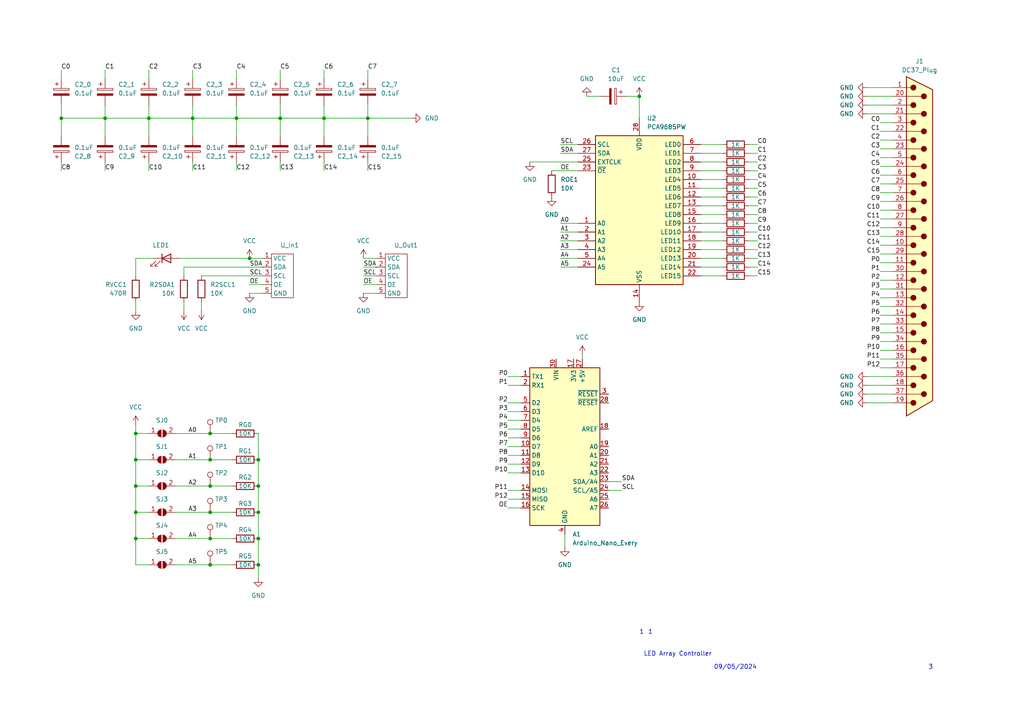
<source format=kicad_sch>
(kicad_sch (version 20230121) (generator eeschema)
  (paper "A4")
  (lib_symbols
    (symbol "Connector:DC37_Plug" (pin_names (offset 1.016) hide)
      (property "Reference" "J" (at 0 50.8 0))
      (property "Value" "DC37_Plug" (at 0 -50.8 0))
      (symbol "DC37_Plug_1_1"
        (pin passive line (at -7.62 -45.72 0) (length 3.81) (name "1") (number "1"))
        (pin passive line (at -7.62 0 0) (length 3.81) (name "10") (number "10"))
        (pin passive line (at -7.62 5.08 0) (length 3.81) (name "11") (number "11"))
        (pin passive line (at -7.62 10.16 0) (length 3.81) (name "12") (number "12"))
        (pin passive line (at -7.62 15.24 0) (length 3.81) (name "13") (number "13"))
        (pin passive line (at -7.62 20.32 0) (length 3.81) (name "14") (number "14"))
        (pin passive line (at -7.62 25.4 0) (length 3.81) (name "15") (number "15"))
        (pin passive line (at -7.62 30.48 0) (length 3.81) (name "16") (number "16"))
        (pin passive line (at -7.62 35.56 0) (length 3.81) (name "17") (number "17"))
        (pin passive line (at -7.62 40.64 0) (length 3.81) (name "18") (number "18"))
        (pin passive line (at -7.62 45.72 0) (length 3.81) (name "19") (number "19"))
        (pin passive line (at -7.62 -40.64 0) (length 3.81) (name "2") (number "2"))
        (pin passive line (at -7.62 -43.18 0) (length 3.81) (name "20") (number "20"))
        (pin passive line (at -7.62 -38.1 0) (length 3.81) (name "21") (number "21"))
        (pin passive line (at -7.62 -33.02 0) (length 3.81) (name "22") (number "22"))
        (pin passive line (at -7.62 -27.94 0) (length 3.81) (name "23") (number "23"))
        (pin passive line (at -7.62 -22.86 0) (length 3.81) (name "24") (number "24"))
        (pin passive line (at -7.62 -17.78 0) (length 3.81) (name "25") (number "25"))
        (pin passive line (at -7.62 -12.7 0) (length 3.81) (name "26") (number "26"))
        (pin passive line (at -7.62 -7.62 0) (length 3.81) (name "27") (number "27"))
        (pin passive line (at -7.62 -2.54 0) (length 3.81) (name "28") (number "28"))
        (pin passive line (at -7.62 2.54 0) (length 3.81) (name "29") (number "29"))
        (pin passive line (at -7.62 -35.56 0) (length 3.81) (name "3") (number "3"))
        (pin passive line (at -7.62 7.62 0) (length 3.81) (name "30") (number "30"))
        (pin passive line (at -7.62 12.7 0) (length 3.81) (name "31") (number "31"))
        (pin passive line (at -7.62 17.78 0) (length 3.81) (name "32") (number "32"))
        (pin passive line (at -7.62 22.86 0) (length 3.81) (name "33") (number "33"))
        (pin passive line (at -7.62 27.94 0) (length 3.81) (name "34") (number "34"))
        (pin passive line (at -7.62 33.02 0) (length 3.81) (name "35") (number "35"))
        (pin passive line (at -7.62 38.1 0) (length 3.81) (name "36") (number "36"))
        (pin passive line (at -7.62 43.18 0) (length 3.81) (name "37") (number "37"))
        (pin passive line (at -7.62 -30.48 0) (length 3.81) (name "4") (number "4"))
        (pin passive line (at -7.62 -25.4 0) (length 3.81) (name "5") (number "5"))
        (pin passive line (at -7.62 -20.32 0) (length 3.81) (name "6") (number "6"))
        (pin passive line (at -7.62 -15.24 0) (length 3.81) (name "7") (number "7"))
        (pin passive line (at -7.62 -10.16 0) (length 3.81) (name "8") (number "8"))
        (pin passive line (at -7.62 -5.08 0) (length 3.81) (name "9") (number "9"))
      )
    )
    (symbol "Connector:TestPoint" (pin_numbers hide) (pin_names (offset 0.762) hide)
      (property "Reference" "TP" (at 0 6.858 0))
      (property "Value" "TestPoint" (at 0 5.08 0))
      (symbol "TestPoint_1_1"
        (pin passive line (at 0 0 90) (length 2.54) (name "1") (number "1"))
      )
    )
    (symbol "Device:C_Polarized" (pin_numbers hide) (pin_names (offset 0.254))
      (property "Reference" "C" (at 0.635 2.54 0))
      (property "Value" "C_Polarized" (at 0.635 -2.54 0))
      (symbol "C_Polarized_1_1"
        (pin passive line (at 0 3.81 270) (length 2.794) (name "~") (number "1"))
        (pin passive line (at 0 -3.81 90) (length 2.794) (name "~") (number "2"))
      )
    )
    (symbol "Device:LED" (pin_numbers hide) (pin_names (offset 1.016) hide)
      (property "Reference" "D" (at 0 2.54 0))
      (property "Value" "LED" (at 0 -2.54 0))
      (symbol "LED_1_1"
        (pin passive line (at -3.81 0 0) (length 2.54) (name "K") (number "1"))
        (pin passive line (at 3.81 0 180) (length 2.54) (name "A") (number "2"))
      )
    )
    (symbol "Device:R" (pin_numbers hide) (pin_names (offset 0))
      (property "Reference" "R" (at 2.032 0 90))
      (property "Value" "R" (at 0 0 90))
      (symbol "R_1_1"
        (pin passive line (at 0 3.81 270) (length 1.27) (name "~") (number "1"))
        (pin passive line (at 0 -3.81 90) (length 1.27) (name "~") (number "2"))
      )
    )
    (symbol "Driver_LED:PCA9685PW"
      (property "Reference" "U" (at -12.7 22.225 0))
      (property "Value" "PCA9685PW" (at 1.27 22.225 0))
      (symbol "PCA9685PW_1_1"
        (pin input line (at -17.78 -5.08 0) (length 5.08) (name "A0") (number "1"))
        (pin output line (at 17.78 7.62 180) (length 5.08) (name "LED4") (number "10"))
        (pin output line (at 17.78 5.08 180) (length 5.08) (name "LED5") (number "11"))
        (pin output line (at 17.78 2.54 180) (length 5.08) (name "LED6") (number "12"))
        (pin output line (at 17.78 0 180) (length 5.08) (name "LED7") (number "13"))
        (pin power_in line (at 0 -27.94 90) (length 5.08) (name "VSS") (number "14"))
        (pin output line (at 17.78 -2.54 180) (length 5.08) (name "LED8") (number "15"))
        (pin output line (at 17.78 -5.08 180) (length 5.08) (name "LED9") (number "16"))
        (pin output line (at 17.78 -7.62 180) (length 5.08) (name "LED10") (number "17"))
        (pin output line (at 17.78 -10.16 180) (length 5.08) (name "LED11") (number "18"))
        (pin output line (at 17.78 -12.7 180) (length 5.08) (name "LED12") (number "19"))
        (pin input line (at -17.78 -7.62 0) (length 5.08) (name "A1") (number "2"))
        (pin output line (at 17.78 -15.24 180) (length 5.08) (name "LED13") (number "20"))
        (pin output line (at 17.78 -17.78 180) (length 5.08) (name "LED14") (number "21"))
        (pin output line (at 17.78 -20.32 180) (length 5.08) (name "LED15") (number "22"))
        (pin input line (at -17.78 10.16 0) (length 5.08) (name "~{OE}") (number "23"))
        (pin input line (at -17.78 -17.78 0) (length 5.08) (name "A5") (number "24"))
        (pin input line (at -17.78 12.7 0) (length 5.08) (name "EXTCLK") (number "25"))
        (pin input line (at -17.78 17.78 0) (length 5.08) (name "SCL") (number "26"))
        (pin bidirectional line (at -17.78 15.24 0) (length 5.08) (name "SDA") (number "27"))
        (pin power_in line (at 0 25.4 270) (length 5.08) (name "VDD") (number "28"))
        (pin input line (at -17.78 -10.16 0) (length 5.08) (name "A2") (number "3"))
        (pin input line (at -17.78 -12.7 0) (length 5.08) (name "A3") (number "4"))
        (pin input line (at -17.78 -15.24 0) (length 5.08) (name "A4") (number "5"))
        (pin output line (at 17.78 17.78 180) (length 5.08) (name "LED0") (number "6"))
        (pin output line (at 17.78 15.24 180) (length 5.08) (name "LED1") (number "7"))
        (pin output line (at 17.78 12.7 180) (length 5.08) (name "LED2") (number "8"))
        (pin output line (at 17.78 10.16 180) (length 5.08) (name "LED3") (number "9"))
      )
    )
    (symbol "Jumper:SolderJumper_2_Open" (pin_names (offset 0) hide)
      (property "Reference" "JP" (at 0 2.032 0))
      (property "Value" "SolderJumper_2_Open" (at 0 -2.54 0))
      (symbol "SolderJumper_2_Open_1_1"
        (pin passive line (at -3.81 0 0) (length 2.54) (name "A") (number "1"))
        (pin passive line (at 3.81 0 180) (length 2.54) (name "B") (number "2"))
      )
    )
    (symbol "MCU_Module:Arduino_Nano_Every"
      (property "Reference" "A" (at -10.16 23.495 0))
      (property "Value" "Arduino_Nano_Every" (at 5.08 -24.13 0))
      (symbol "Arduino_Nano_Every_1_1"
        (pin bidirectional line (at -12.7 20.32 0) (length 2.54) (name "TX1") (number "1"))
        (pin bidirectional line (at -12.7 0 0) (length 2.54) (name "D7") (number "10"))
        (pin bidirectional line (at -12.7 -2.54 0) (length 2.54) (name "D8") (number "11"))
        (pin bidirectional line (at -12.7 -5.08 0) (length 2.54) (name "D9") (number "12"))
        (pin bidirectional line (at -12.7 -7.62 0) (length 2.54) (name "D10") (number "13"))
        (pin bidirectional line (at -12.7 -12.7 0) (length 2.54) (name "MOSI") (number "14"))
        (pin bidirectional line (at -12.7 -15.24 0) (length 2.54) (name "MISO") (number "15"))
        (pin bidirectional line (at -12.7 -17.78 0) (length 2.54) (name "SCK") (number "16"))
        (pin power_out line (at 2.54 25.4 270) (length 2.54) (name "3V3") (number "17"))
        (pin input line (at 12.7 5.08 180) (length 2.54) (name "AREF") (number "18"))
        (pin bidirectional line (at 12.7 0 180) (length 2.54) (name "A0") (number "19"))
        (pin bidirectional line (at -12.7 17.78 0) (length 2.54) (name "RX1") (number "2"))
        (pin bidirectional line (at 12.7 -2.54 180) (length 2.54) (name "A1") (number "20"))
        (pin bidirectional line (at 12.7 -5.08 180) (length 2.54) (name "A2") (number "21"))
        (pin bidirectional line (at 12.7 -7.62 180) (length 2.54) (name "A3") (number "22"))
        (pin bidirectional line (at 12.7 -10.16 180) (length 2.54) (name "SDA/A4") (number "23"))
        (pin bidirectional line (at 12.7 -12.7 180) (length 2.54) (name "SCL/A5") (number "24"))
        (pin bidirectional line (at 12.7 -15.24 180) (length 2.54) (name "A6") (number "25"))
        (pin bidirectional line (at 12.7 -17.78 180) (length 2.54) (name "A7") (number "26"))
        (pin power_out line (at 5.08 25.4 270) (length 2.54) (name "+5V") (number "27"))
        (pin input line (at 12.7 12.7 180) (length 2.54) (name "~{RESET}") (number "28"))
        (pin passive line (at 0 -25.4 90) (length 2.54) hide (name "GND") (number "29"))
        (pin input line (at 12.7 15.24 180) (length 2.54) (name "~{RESET}") (number "3"))
        (pin power_in line (at -2.54 25.4 270) (length 2.54) (name "VIN") (number "30"))
        (pin power_in line (at 0 -25.4 90) (length 2.54) (name "GND") (number "4"))
        (pin bidirectional line (at -12.7 12.7 0) (length 2.54) (name "D2") (number "5"))
        (pin bidirectional line (at -12.7 10.16 0) (length 2.54) (name "D3") (number "6"))
        (pin bidirectional line (at -12.7 7.62 0) (length 2.54) (name "D4") (number "7"))
        (pin bidirectional line (at -12.7 5.08 0) (length 2.54) (name "D5") (number "8"))
        (pin bidirectional line (at -12.7 2.54 0) (length 2.54) (name "D6") (number "9"))
      )
    )
    (symbol "Nano-Driver-Components:Board-Connector"
      (property "Reference" "U" (at 0 10.16 0))
      (symbol "Board-Connector_1_1"
        (pin input line (at -2.54 2.54 0) (length 2.54) (name "VCC") (number "1"))
        (pin input line (at -2.54 0 0) (length 2.54) (name "SDA") (number "2"))
        (pin input line (at -2.54 -2.54 0) (length 2.54) (name "SCL") (number "3"))
        (pin input line (at -2.54 -5.08 0) (length 2.54) (name "OE") (number "4"))
        (pin power_in line (at -2.54 -7.62 0) (length 2.54) (name "GND") (number "5"))
      )
    )
    (symbol "power:GND" (power) (pin_names (offset 0))
      (property "Value" "GND" (at 0 -3.81 0))
      (symbol "GND_1_1"
        (pin power_in line (at 0 0 270) (length 0) hide (name "GND") (number "1"))
      )
    )
    (symbol "power:VCC" (power) (pin_names (offset 0))
      (property "Value" "VCC" (at 0 3.81 0))
      (symbol "VCC_1_1"
        (pin power_in line (at 0 0 90) (length 0) hide (name "VCC") (number "1"))
      )
    )
  )
  (junction (at 68.58 34.29))
  (junction (at 74.93 156.21))
  (junction (at 30.48 34.29))
  (junction (at 60.96 133.35))
  (junction (at 60.96 125.73))
  (junction (at 39.37 133.35))
  (junction (at 60.96 163.83))
  (junction (at 60.96 140.97))
  (junction (at 39.37 125.73))
  (junction (at 74.93 140.97))
  (junction (at 39.37 156.21))
  (junction (at 39.37 148.59))
  (junction (at 93.98 34.29))
  (junction (at 55.88 34.29))
  (junction (at 185.42 27.94))
  (junction (at 39.37 140.97))
  (junction (at 81.28 34.29))
  (junction (at 17.78 34.29))
  (junction (at 106.68 34.29))
  (junction (at 60.96 148.59))
  (junction (at 74.93 163.83))
  (junction (at 74.93 133.35))
  (junction (at 72.39 74.93))
  (junction (at 43.18 34.29))
  (junction (at 60.96 156.21))
  (junction (at 74.93 148.59))
  (wire (pts (xy 203.2 41.91) (xy 209.55 41.91)))
  (wire (pts (xy 219.71 62.23) (xy 217.17 62.23)))
  (wire (pts (xy 39.37 156.21) (xy 43.18 156.21)))
  (wire (pts (xy 255.27 40.64) (xy 259.08 40.64)))
  (wire (pts (xy 53.34 90.17) (xy 53.34 87.63)))
  (wire (pts (xy 55.88 20.32) (xy 55.88 22.86)))
  (wire (pts (xy 81.28 20.32) (xy 81.28 22.86)))
  (wire (pts (xy 39.37 163.83) (xy 43.18 163.83)))
  (wire (pts (xy 50.8 125.73) (xy 60.96 125.73)))
  (wire (pts (xy 50.8 156.21) (xy 60.96 156.21)))
  (wire (pts (xy 255.27 50.8) (xy 259.08 50.8)))
  (wire (pts (xy 255.27 93.98) (xy 259.08 93.98)))
  (wire (pts (xy 255.27 35.56) (xy 259.08 35.56)))
  (wire (pts (xy 255.27 86.36) (xy 259.08 86.36)))
  (wire (pts (xy 251.46 27.94) (xy 259.08 27.94)))
  (wire (pts (xy 255.27 63.5) (xy 259.08 63.5)))
  (wire (pts (xy 219.71 52.07) (xy 217.17 52.07)))
  (wire (pts (xy 39.37 156.21) (xy 39.37 163.83)))
  (wire (pts (xy 168.91 102.87) (xy 168.91 104.14)))
  (wire (pts (xy 105.41 74.93) (xy 109.22 74.93)))
  (wire (pts (xy 68.58 30.48) (xy 68.58 34.29)))
  (wire (pts (xy 53.34 77.47) (xy 76.2 77.47)))
  (wire (pts (xy 39.37 125.73) (xy 43.18 125.73)))
  (wire (pts (xy 162.56 44.45) (xy 167.64 44.45)))
  (wire (pts (xy 255.27 81.28) (xy 259.08 81.28)))
  (wire (pts (xy 74.93 125.73) (xy 74.93 133.35)))
  (wire (pts (xy 52.07 74.93) (xy 72.39 74.93)))
  (wire (pts (xy 67.31 163.83) (xy 60.96 163.83)))
  (wire (pts (xy 162.56 41.91) (xy 167.64 41.91)))
  (wire (pts (xy 147.32 121.92) (xy 151.13 121.92)))
  (wire (pts (xy 203.2 62.23) (xy 209.55 62.23)))
  (wire (pts (xy 203.2 54.61) (xy 209.55 54.61)))
  (wire (pts (xy 162.56 77.47) (xy 167.64 77.47)))
  (wire (pts (xy 255.27 91.44) (xy 259.08 91.44)))
  (wire (pts (xy 219.71 44.45) (xy 217.17 44.45)))
  (wire (pts (xy 17.78 39.37) (xy 17.78 34.29)))
  (wire (pts (xy 147.32 137.16) (xy 151.13 137.16)))
  (wire (pts (xy 67.31 156.21) (xy 60.96 156.21)))
  (wire (pts (xy 180.34 139.7) (xy 176.53 139.7)))
  (wire (pts (xy 219.71 77.47) (xy 217.17 77.47)))
  (wire (pts (xy 255.27 48.26) (xy 259.08 48.26)))
  (wire (pts (xy 255.27 43.18) (xy 259.08 43.18)))
  (wire (pts (xy 219.71 69.85) (xy 217.17 69.85)))
  (wire (pts (xy 203.2 67.31) (xy 209.55 67.31)))
  (wire (pts (xy 30.48 30.48) (xy 30.48 34.29)))
  (wire (pts (xy 81.28 49.53) (xy 81.28 46.99)))
  (wire (pts (xy 93.98 30.48) (xy 93.98 34.29)))
  (wire (pts (xy 162.56 67.31) (xy 167.64 67.31)))
  (wire (pts (xy 39.37 148.59) (xy 43.18 148.59)))
  (wire (pts (xy 219.71 46.99) (xy 217.17 46.99)))
  (wire (pts (xy 255.27 76.2) (xy 259.08 76.2)))
  (wire (pts (xy 180.34 142.24) (xy 176.53 142.24)))
  (wire (pts (xy 255.27 71.12) (xy 259.08 71.12)))
  (wire (pts (xy 147.32 111.76) (xy 151.13 111.76)))
  (wire (pts (xy 255.27 45.72) (xy 259.08 45.72)))
  (wire (pts (xy 55.88 30.48) (xy 55.88 34.29)))
  (wire (pts (xy 251.46 114.3) (xy 259.08 114.3)))
  (wire (pts (xy 251.46 30.48) (xy 259.08 30.48)))
  (wire (pts (xy 219.71 64.77) (xy 217.17 64.77)))
  (wire (pts (xy 39.37 125.73) (xy 39.37 133.35)))
  (wire (pts (xy 203.2 46.99) (xy 209.55 46.99)))
  (wire (pts (xy 203.2 80.01) (xy 209.55 80.01)))
  (wire (pts (xy 67.31 148.59) (xy 60.96 148.59)))
  (wire (pts (xy 181.61 27.94) (xy 185.42 27.94)))
  (wire (pts (xy 43.18 49.53) (xy 43.18 46.99)))
  (wire (pts (xy 74.93 133.35) (xy 74.93 140.97)))
  (wire (pts (xy 185.42 27.94) (xy 185.42 34.29)))
  (wire (pts (xy 93.98 20.32) (xy 93.98 22.86)))
  (wire (pts (xy 147.32 119.38) (xy 151.13 119.38)))
  (wire (pts (xy 255.27 78.74) (xy 259.08 78.74)))
  (wire (pts (xy 255.27 99.06) (xy 259.08 99.06)))
  (wire (pts (xy 50.8 140.97) (xy 60.96 140.97)))
  (wire (pts (xy 39.37 133.35) (xy 39.37 140.97)))
  (wire (pts (xy 106.68 34.29) (xy 106.68 39.37)))
  (wire (pts (xy 203.2 49.53) (xy 209.55 49.53)))
  (wire (pts (xy 162.56 72.39) (xy 167.64 72.39)))
  (wire (pts (xy 251.46 25.4) (xy 259.08 25.4)))
  (wire (pts (xy 72.39 82.55) (xy 76.2 82.55)))
  (wire (pts (xy 43.18 30.48) (xy 43.18 34.29)))
  (wire (pts (xy 163.83 158.75) (xy 163.83 154.94)))
  (wire (pts (xy 255.27 66.04) (xy 259.08 66.04)))
  (wire (pts (xy 255.27 106.68) (xy 259.08 106.68)))
  (wire (pts (xy 74.93 156.21) (xy 74.93 163.83)))
  (wire (pts (xy 72.39 74.93) (xy 76.2 74.93)))
  (wire (pts (xy 255.27 68.58) (xy 259.08 68.58)))
  (wire (pts (xy 203.2 57.15) (xy 209.55 57.15)))
  (wire (pts (xy 67.31 125.73) (xy 60.96 125.73)))
  (wire (pts (xy 162.56 64.77) (xy 167.64 64.77)))
  (wire (pts (xy 147.32 124.46) (xy 151.13 124.46)))
  (wire (pts (xy 203.2 69.85) (xy 209.55 69.85)))
  (wire (pts (xy 30.48 49.53) (xy 30.48 46.99)))
  (wire (pts (xy 203.2 52.07) (xy 209.55 52.07)))
  (wire (pts (xy 147.32 129.54) (xy 151.13 129.54)))
  (wire (pts (xy 255.27 101.6) (xy 259.08 101.6)))
  (wire (pts (xy 50.8 148.59) (xy 60.96 148.59)))
  (wire (pts (xy 17.78 30.48) (xy 17.78 34.29)))
  (wire (pts (xy 106.68 20.32) (xy 106.68 22.86)))
  (wire (pts (xy 81.28 34.29) (xy 93.98 34.29)))
  (wire (pts (xy 106.68 49.53) (xy 106.68 46.99)))
  (wire (pts (xy 219.71 80.01) (xy 217.17 80.01)))
  (wire (pts (xy 255.27 58.42) (xy 259.08 58.42)))
  (wire (pts (xy 67.31 140.97) (xy 60.96 140.97)))
  (wire (pts (xy 68.58 49.53) (xy 68.58 46.99)))
  (wire (pts (xy 30.48 34.29) (xy 43.18 34.29)))
  (wire (pts (xy 203.2 77.47) (xy 209.55 77.47)))
  (wire (pts (xy 219.71 49.53) (xy 217.17 49.53)))
  (wire (pts (xy 203.2 74.93) (xy 209.55 74.93)))
  (wire (pts (xy 43.18 20.32) (xy 43.18 22.86)))
  (wire (pts (xy 255.27 96.52) (xy 259.08 96.52)))
  (wire (pts (xy 68.58 20.32) (xy 68.58 22.86)))
  (wire (pts (xy 39.37 90.17) (xy 39.37 87.63)))
  (wire (pts (xy 67.31 133.35) (xy 60.96 133.35)))
  (wire (pts (xy 74.93 148.59) (xy 74.93 156.21)))
  (wire (pts (xy 147.32 132.08) (xy 151.13 132.08)))
  (wire (pts (xy 106.68 34.29) (xy 119.38 34.29)))
  (wire (pts (xy 105.41 77.47) (xy 109.22 77.47)))
  (wire (pts (xy 153.67 46.99) (xy 167.64 46.99)))
  (wire (pts (xy 255.27 88.9) (xy 259.08 88.9)))
  (wire (pts (xy 251.46 116.84) (xy 259.08 116.84)))
  (wire (pts (xy 68.58 34.29) (xy 81.28 34.29)))
  (wire (pts (xy 43.18 34.29) (xy 43.18 39.37)))
  (wire (pts (xy 105.41 80.01) (xy 109.22 80.01)))
  (wire (pts (xy 39.37 140.97) (xy 43.18 140.97)))
  (wire (pts (xy 81.28 34.29) (xy 81.28 39.37)))
  (wire (pts (xy 17.78 34.29) (xy 30.48 34.29)))
  (wire (pts (xy 147.32 134.62) (xy 151.13 134.62)))
  (wire (pts (xy 219.71 41.91) (xy 217.17 41.91)))
  (wire (pts (xy 55.88 49.53) (xy 55.88 46.99)))
  (wire (pts (xy 255.27 60.96) (xy 259.08 60.96)))
  (wire (pts (xy 93.98 34.29) (xy 93.98 39.37)))
  (wire (pts (xy 219.71 57.15) (xy 217.17 57.15)))
  (wire (pts (xy 219.71 54.61) (xy 217.17 54.61)))
  (wire (pts (xy 50.8 133.35) (xy 60.96 133.35)))
  (wire (pts (xy 53.34 77.47) (xy 53.34 80.01)))
  (wire (pts (xy 251.46 109.22) (xy 259.08 109.22)))
  (wire (pts (xy 68.58 34.29) (xy 68.58 39.37)))
  (wire (pts (xy 39.37 80.01) (xy 39.37 74.93)))
  (wire (pts (xy 74.93 140.97) (xy 74.93 148.59)))
  (wire (pts (xy 30.48 20.32) (xy 30.48 22.86)))
  (wire (pts (xy 17.78 20.32) (xy 17.78 22.86)))
  (wire (pts (xy 160.02 49.53) (xy 167.64 49.53)))
  (wire (pts (xy 255.27 83.82) (xy 259.08 83.82)))
  (wire (pts (xy 39.37 74.93) (xy 44.45 74.93)))
  (wire (pts (xy 147.32 109.22) (xy 151.13 109.22)))
  (wire (pts (xy 203.2 64.77) (xy 209.55 64.77)))
  (wire (pts (xy 203.2 44.45) (xy 209.55 44.45)))
  (wire (pts (xy 147.32 144.78) (xy 151.13 144.78)))
  (wire (pts (xy 219.71 59.69) (xy 217.17 59.69)))
  (wire (pts (xy 39.37 148.59) (xy 39.37 156.21)))
  (wire (pts (xy 255.27 104.14) (xy 259.08 104.14)))
  (wire (pts (xy 74.93 163.83) (xy 74.93 167.64)))
  (wire (pts (xy 251.46 111.76) (xy 259.08 111.76)))
  (wire (pts (xy 147.32 147.32) (xy 151.13 147.32)))
  (wire (pts (xy 50.8 163.83) (xy 60.96 163.83)))
  (wire (pts (xy 39.37 133.35) (xy 43.18 133.35)))
  (wire (pts (xy 105.41 85.09) (xy 109.22 85.09)))
  (wire (pts (xy 105.41 82.55) (xy 109.22 82.55)))
  (wire (pts (xy 219.71 72.39) (xy 217.17 72.39)))
  (wire (pts (xy 55.88 34.29) (xy 68.58 34.29)))
  (wire (pts (xy 255.27 73.66) (xy 259.08 73.66)))
  (wire (pts (xy 203.2 59.69) (xy 209.55 59.69)))
  (wire (pts (xy 255.27 38.1) (xy 259.08 38.1)))
  (wire (pts (xy 72.39 85.09) (xy 76.2 85.09)))
  (wire (pts (xy 30.48 34.29) (xy 30.48 39.37)))
  (wire (pts (xy 17.78 49.53) (xy 17.78 46.99)))
  (wire (pts (xy 55.88 34.29) (xy 55.88 39.37)))
  (wire (pts (xy 81.28 30.48) (xy 81.28 34.29)))
  (wire (pts (xy 39.37 123.19) (xy 39.37 125.73)))
  (wire (pts (xy 93.98 49.53) (xy 93.98 46.99)))
  (wire (pts (xy 147.32 142.24) (xy 151.13 142.24)))
  (wire (pts (xy 203.2 72.39) (xy 209.55 72.39)))
  (wire (pts (xy 255.27 53.34) (xy 259.08 53.34)))
  (wire (pts (xy 219.71 74.93) (xy 217.17 74.93)))
  (wire (pts (xy 147.32 116.84) (xy 151.13 116.84)))
  (wire (pts (xy 162.56 69.85) (xy 167.64 69.85)))
  (wire (pts (xy 170.18 27.94) (xy 173.99 27.94)))
  (wire (pts (xy 39.37 140.97) (xy 39.37 148.59)))
  (wire (pts (xy 106.68 30.48) (xy 106.68 34.29)))
  (wire (pts (xy 58.42 80.01) (xy 76.2 80.01)))
  (wire (pts (xy 58.42 90.17) (xy 58.42 87.63)))
  (wire (pts (xy 43.18 34.29) (xy 55.88 34.29)))
  (wire (pts (xy 251.46 33.02) (xy 259.08 33.02)))
  (wire (pts (xy 162.56 74.93) (xy 167.64 74.93)))
  (wire (pts (xy 147.32 127) (xy 151.13 127)))
  (wire (pts (xy 219.71 67.31) (xy 217.17 67.31)))
  (wire (pts (xy 255.27 55.88) (xy 259.08 55.88)))
  (wire (pts (xy 93.98 34.29) (xy 106.68 34.29)))
  (text "1" (at 187.96 184.15 0) (effects (font (size 1.27 1.27)) (justify left bottom)))
  (text "1" (at 185.42 184.15 0) (effects (font (size 1.27 1.27)) (justify left bottom)))
  (text "09/05/2024" (at 207.01 194.31 0) (effects (font (size 1.27 1.27)) (justify left bottom)))
  (text "3" (at 269.24 194.31 0) (effects (font (size 1.27 1.27)) (justify left bottom)))
  (text "LED Array Controller" (at 186.69 190.5 0) (effects (font (size 1.27 1.27)) (justify left bottom)))
  (label "C14" (at 93.98 49.53 0) (property "Netclass" "C14" (effects hide)))
  (label "P0" (at 255.27 76.2 180) (property "Netclass" "P0" (effects hide)))
  (label "C8" (at 219.71 62.23 0) (property "Netclass" "C8" (effects hide)))
  (label "OE" (at 147.32 147.32 180) (property "Netclass" "OE" (effects hide)))
  (label "C7" (at 219.71 59.69 0) (property "Netclass" "C7" (effects hide)))
  (label "P11" (at 147.32 142.24 180) (property "Netclass" "P11" (effects hide)))
  (label "P3" (at 147.32 119.38 180) (property "Netclass" "P3" (effects hide)))
  (label "A1" (at 162.56 67.31 0) (property "A1" "A1" (effects hide)))
  (label "C10" (at 43.18 49.53 0) (property "Netclass" "C10" (effects hide)))
  (label "C1" (at 255.27 38.1 180) (property "Netclass" "C1" (effects hide)))
  (label "SCL" (at 180.34 142.24 0) (property "Netclass" "SCL" (effects hide)))
  (label "SCL" (at 105.41 80.01 0) (property "Netclass" "SCL" (effects hide)))
  (label "P1" (at 255.27 78.74 180) (property "Netclass" "P1" (effects hide)))
  (label "P8" (at 147.32 132.08 180) (property "Netclass" "P8" (effects hide)))
  (label "C4" (at 68.58 20.32 0) (property "Netclass" "C4" (effects hide)))
  (label "C15" (at 219.71 80.01 0) (property "Netclass" "C15" (effects hide)))
  (label "C5" (at 255.27 48.26 180) (property "Netclass" "C5" (effects hide)))
  (label "A4" (at 54.61 156.21 0) (property "A4" "A4" (effects hide)))
  (label "C8" (at 17.78 49.53 0) (property "Netclass" "C8" (effects hide)))
  (label "SCL" (at 162.56 41.91 0) (property "Netclass" "SCL" (effects hide)))
  (label "A0" (at 162.56 64.77 0) (property "A0" "A0" (effects hide)))
  (label "SDA" (at 105.41 77.47 0) (property "Netclass" "SDA" (effects hide)))
  (label "OE" (at 162.56 49.53 0) (property "Netclass" "OE" (effects hide)))
  (label "C1" (at 30.48 20.32 0) (property "Netclass" "C1" (effects hide)))
  (label "A1" (at 54.61 133.35 0) (property "A1" "A1" (effects hide)))
  (label "C3" (at 219.71 49.53 0) (property "Netclass" "C3" (effects hide)))
  (label "P6" (at 255.27 91.44 180) (property "Netclass" "P6" (effects hide)))
  (label "P4" (at 255.27 86.36 180) (property "Netclass" "P4" (effects hide)))
  (label "P9" (at 255.27 99.06 180) (property "Netclass" "P9" (effects hide)))
  (label "P2" (at 255.27 81.28 180) (property "Netclass" "P2" (effects hide)))
  (label "A5" (at 162.56 77.47 0) (property "A5" "A5" (effects hide)))
  (label "A0" (at 54.61 125.73 0) (property "A0" "A0" (effects hide)))
  (label "A2" (at 54.61 140.97 0) (property "A2" "A2" (effects hide)))
  (label "P11" (at 255.27 104.14 180) (property "Netclass" "P11" (effects hide)))
  (label "P2" (at 147.32 116.84 180) (property "Netclass" "P2" (effects hide)))
  (label "C0" (at 17.78 20.32 0) (property "Netclass" "C0" (effects hide)))
  (label "C11" (at 219.71 69.85 0) (property "Netclass" "C11" (effects hide)))
  (label "C9" (at 255.27 58.42 180) (property "Netclass" "C9" (effects hide)))
  (label "OE" (at 105.41 82.55 0) (property "Netclass" "OE" (effects hide)))
  (label "C9" (at 219.71 64.77 0) (property "Netclass" "C9" (effects hide)))
  (label "C15" (at 255.27 73.66 180) (property "Netclass" "C15" (effects hide)))
  (label "A2" (at 162.56 69.85 0) (property "A2" "A2" (effects hide)))
  (label "A3" (at 54.61 148.59 0) (property "A3" "A3" (effects hide)))
  (label "A5" (at 54.61 163.83 0) (property "A5" "A5" (effects hide)))
  (label "P3" (at 255.27 83.82 180) (property "Netclass" "P3" (effects hide)))
  (label "C10" (at 255.27 60.96 180) (property "Netclass" "C10" (effects hide)))
  (label "C6" (at 93.98 20.32 0) (property "Netclass" "C6" (effects hide)))
  (label "C12" (at 68.58 49.53 0) (property "Netclass" "C12" (effects hide)))
  (label "C10" (at 219.71 67.31 0) (property "Netclass" "C10" (effects hide)))
  (label "C3" (at 55.88 20.32 0) (property "Netclass" "C3" (effects hide)))
  (label "P8" (at 255.27 96.52 180) (property "Netclass" "P8" (effects hide)))
  (label "C7" (at 255.27 53.34 180) (property "Netclass" "C7" (effects hide)))
  (label "C14" (at 219.71 77.47 0) (property "Netclass" "C14" (effects hide)))
  (label "C13" (at 255.27 68.58 180) (property "Netclass" "C13" (effects hide)))
  (label "P12" (at 255.27 106.68 180) (property "Netclass" "P12" (effects hide)))
  (label "SDA" (at 162.56 44.45 0) (property "Netclass" "SDA" (effects hide)))
  (label "P12" (at 147.32 144.78 180) (property "Netclass" "P12" (effects hide)))
  (label "C9" (at 30.48 49.53 0) (property "Netclass" "C9" (effects hide)))
  (label "C0" (at 219.71 41.91 0) (property "Netclass" "C0" (effects hide)))
  (label "P6" (at 147.32 127 180) (property "Netclass" "P6" (effects hide)))
  (label "SDA" (at 72.39 77.47 0) (property "Netclass" "SDA" (effects hide)))
  (label "C2" (at 219.71 46.99 0) (property "Netclass" "C2" (effects hide)))
  (label "P1" (at 147.32 111.76 180) (property "Netclass" "P1" (effects hide)))
  (label "C15" (at 106.68 49.53 0) (property "Netclass" "C15" (effects hide)))
  (label "C11" (at 255.27 63.5 180) (property "Netclass" "C11" (effects hide)))
  (label "C2" (at 43.18 20.32 0) (property "Netclass" "C2" (effects hide)))
  (label "P7" (at 255.27 93.98 180) (property "Netclass" "P7" (effects hide)))
  (label "A4" (at 162.56 74.93 0) (property "A4" "A4" (effects hide)))
  (label "P0" (at 147.32 109.22 180) (property "Netclass" "P0" (effects hide)))
  (label "P9" (at 147.32 134.62 180) (property "Netclass" "P9" (effects hide)))
  (label "SCL" (at 72.39 80.01 0) (property "Netclass" "SCL" (effects hide)))
  (label "C1" (at 219.71 44.45 0) (property "Netclass" "C1" (effects hide)))
  (label "C4" (at 219.71 52.07 0) (property "Netclass" "C4" (effects hide)))
  (label "C11" (at 55.88 49.53 0) (property "Netclass" "C11" (effects hide)))
  (label "P10" (at 147.32 137.16 180) (property "Netclass" "P10" (effects hide)))
  (label "C6" (at 255.27 50.8 180) (property "Netclass" "C6" (effects hide)))
  (label "P4" (at 147.32 121.92 180) (property "Netclass" "P4" (effects hide)))
  (label "P5" (at 255.27 88.9 180) (property "Netclass" "P5" (effects hide)))
  (label "C5" (at 219.71 54.61 0) (property "Netclass" "C5" (effects hide)))
  (label "C0" (at 255.27 35.56 180) (property "Netclass" "C0" (effects hide)))
  (label "C8" (at 255.27 55.88 180) (property "Netclass" "C8" (effects hide)))
  (label "C6" (at 219.71 57.15 0) (property "Netclass" "C6" (effects hide)))
  (label "P7" (at 147.32 129.54 180) (property "Netclass" "P7" (effects hide)))
  (label "SDA" (at 180.34 139.7 0) (property "Netclass" "SDA" (effects hide)))
  (label "C13" (at 219.71 74.93 0) (property "Netclass" "C13" (effects hide)))
  (label "C2" (at 255.27 40.64 180) (property "Netclass" "C2" (effects hide)))
  (label "C13" (at 81.28 49.53 0) (property "Netclass" "C13" (effects hide)))
  (label "P10" (at 255.27 101.6 180) (property "Netclass" "P10" (effects hide)))
  (label "A3" (at 162.56 72.39 0) (property "A3" "A3" (effects hide)))
  (label "P5" (at 147.32 124.46 180) (property "Netclass" "P5" (effects hide)))
  (label "C3" (at 255.27 43.18 180) (property "Netclass" "C3" (effects hide)))
  (label "C5" (at 81.28 20.32 0) (property "Netclass" "C5" (effects hide)))
  (label "C14" (at 255.27 71.12 180) (property "Netclass" "C14" (effects hide)))
  (label "C12" (at 255.27 66.04 180) (property "Netclass" "C12" (effects hide)))
  (label "OE" (at 72.39 82.55 0) (property "Netclass" "OE" (effects hide)))
  (label "C12" (at 219.71 72.39 0) (property "Netclass" "C12" (effects hide)))
  (label "C4" (at 255.27 45.72 180) (property "Netclass" "C4" (effects hide)))
  (label "C7" (at 106.68 20.32 0) (property "Netclass" "C7" (effects hide)))
  (symbol (lib_id "Jumper:SolderJumper_2_Open") (at 46.99 125.73 0) (unit 1)
    (property "Reference" "SJ0" (at 46.99 121.92 0))
    (property "Value" "SolderJumper_2_Open" (effects hide))
    (property "Footprint" "Jumper:SolderJumper-2_P1.3mm_Open_RoundedPad1.0x1.5mm" (effects hide))
  )
  (symbol (lib_id "Device:R") (at 213.36 54.61 90) (unit 1)
    (property "Reference" "R5" (effects hide))
    (property "Value" "1K" (at 213.36 54.61 90))
    (property "Footprint" "Resistor_THT:R_Axial_DIN0207_L6.3mm_D2.5mm_P15.24mm_Horizontal" (effects hide))
  )
  (symbol (lib_id "MCU_Module:Arduino_Nano_Every") (at 163.83 129.54 0) (unit 1)
    (property "Reference" "A1" (at 166.0241 154.94 0) (effects (justify left)))
    (property "Value" "Arduino_Nano_Every" (at 166.0241 157.48 0) (effects (justify left)))
    (property "Footprint" "Module:Arduino_Nano" (effects hide))
    (property "Datasheet" "https://content.arduino.cc/assets/NANOEveryV3.0_sch.pdf" (effects hide))
  )
  (symbol (lib_id "Connector:TestPoint") (at 60.96 156.21 0) (mirror y) (unit 1)
    (property "Reference" "TP4" (at 66.04 152.4 0) (effects (justify left)))
    (property "Value" "TestPoint" (effects hide))
    (property "Footprint" "TestPoint:TestPoint_THTPad_1.5x1.5mm_Drill0.7mm" (effects hide))
  )
  (symbol (lib_id "power:GND") (at 153.67 46.99 0) (unit 1)
    (property "Reference" "#PWR013" (effects hide))
    (property "Value" "GND" (at 153.67 52.07 0))
  )
  (symbol (lib_id "Device:C_Polarized") (at 93.98 26.67 0) (unit 1)
    (property "Reference" "C2_6" (at 97.79 24.511 0) (effects (justify left)))
    (property "Value" "0.1uF" (at 97.79 27.051 0) (effects (justify left)))
    (property "Footprint" "Capacitor_THT:CP_Radial_D8.0mm_P2.50mm" (effects hide))
  )
  (symbol (lib_id "Device:C_Polarized") (at 30.48 43.18 0) (mirror x) (unit 1)
    (property "Reference" "C2_9" (at 34.29 45.339 0) (effects (justify left)))
    (property "Value" "0.1uF" (at 34.29 42.799 0) (effects (justify left)))
    (property "Footprint" "Capacitor_THT:CP_Radial_D8.0mm_P2.50mm" (effects hide))
  )
  (symbol (lib_id "power:GND") (at 72.39 85.09 0) (unit 1)
    (property "Reference" "#PWR025" (effects hide))
    (property "Value" "GND" (at 72.39 90.17 0))
  )
  (symbol (lib_id "Device:C_Polarized") (at 81.28 43.18 0) (mirror x) (unit 1)
    (property "Reference" "C2_13" (at 85.09 45.339 0) (effects (justify left)))
    (property "Value" "0.1uF" (at 85.09 42.799 0) (effects (justify left)))
    (property "Footprint" "Capacitor_THT:CP_Radial_D8.0mm_P2.50mm" (effects hide))
  )
  (symbol (lib_id "Device:R") (at 71.12 140.97 270) (unit 1)
    (property "Reference" "RG2" (at 71.12 138.43 90))
    (property "Value" "10K" (at 71.12 140.97 90))
    (property "Footprint" "Resistor_THT:R_Axial_DIN0207_L6.3mm_D2.5mm_P15.24mm_Horizontal" (effects hide))
  )
  (symbol (lib_id "Device:C_Polarized") (at 43.18 43.18 0) (mirror x) (unit 1)
    (property "Reference" "C2_10" (at 46.99 45.339 0) (effects (justify left)))
    (property "Value" "0.1uF" (at 46.99 42.799 0) (effects (justify left)))
    (property "Footprint" "Capacitor_THT:CP_Radial_D8.0mm_P2.50mm" (effects hide))
  )
  (symbol (lib_id "Device:R") (at 213.36 57.15 90) (unit 1)
    (property "Reference" "R6" (effects hide))
    (property "Value" "1K" (at 213.36 57.15 90))
    (property "Footprint" "Resistor_THT:R_Axial_DIN0207_L6.3mm_D2.5mm_P15.24mm_Horizontal" (effects hide))
  )
  (symbol (lib_id "Connector:TestPoint") (at 60.96 125.73 0) (mirror y) (unit 1)
    (property "Reference" "TP0" (at 66.04 121.92 0) (effects (justify left)))
    (property "Value" "TestPoint" (effects hide))
    (property "Footprint" "TestPoint:TestPoint_THTPad_1.5x1.5mm_Drill0.7mm" (effects hide))
  )
  (symbol (lib_id "Device:R") (at 71.12 163.83 270) (unit 1)
    (property "Reference" "RG5" (at 71.12 161.29 90))
    (property "Value" "10K" (at 71.12 163.83 90))
    (property "Footprint" "Resistor_THT:R_Axial_DIN0207_L6.3mm_D2.5mm_P15.24mm_Horizontal" (effects hide))
  )
  (symbol (lib_id "power:GND") (at 251.46 25.4 270) (unit 1)
    (property "Reference" "#PWR06" (effects hide))
    (property "Value" "GND" (at 247.65 25.4 90) (effects (justify right)))
  )
  (symbol (lib_id "Device:C_Polarized") (at 68.58 43.18 0) (mirror x) (unit 1)
    (property "Reference" "C2_12" (at 72.39 45.339 0) (effects (justify left)))
    (property "Value" "0.1uF" (at 72.39 42.799 0) (effects (justify left)))
    (property "Footprint" "Capacitor_THT:CP_Radial_D8.0mm_P2.50mm" (effects hide))
  )
  (symbol (lib_id "power:GND") (at 251.46 27.94 270) (unit 1)
    (property "Reference" "#PWR05" (effects hide))
    (property "Value" "GND" (at 247.65 27.94 90) (effects (justify right)))
  )
  (symbol (lib_id "power:VCC") (at 53.34 90.17 0) (mirror x) (unit 1)
    (property "Reference" "#PWR030" (effects hide))
    (property "Value" "VCC" (at 53.34 95.25 0))
  )
  (symbol (lib_id "power:VCC") (at 105.41 74.93 0) (unit 1)
    (property "Reference" "#PWR027" (effects hide))
    (property "Value" "VCC" (at 105.41 69.85 0))
  )
  (symbol (lib_id "Device:R") (at 213.36 69.85 90) (unit 1)
    (property "Reference" "R11" (effects hide))
    (property "Value" "1K" (at 213.36 69.85 90))
    (property "Footprint" "Resistor_THT:R_Axial_DIN0207_L6.3mm_D2.5mm_P15.24mm_Horizontal" (effects hide))
  )
  (symbol (lib_id "Jumper:SolderJumper_2_Open") (at 46.99 140.97 0) (unit 1)
    (property "Reference" "SJ2" (at 46.99 137.16 0))
    (property "Value" "SolderJumper_2_Open" (effects hide))
    (property "Footprint" "Jumper:SolderJumper-2_P1.3mm_Open_RoundedPad1.0x1.5mm" (effects hide))
  )
  (symbol (lib_id "power:VCC") (at 72.39 74.93 0) (unit 1)
    (property "Reference" "#PWR026" (effects hide))
    (property "Value" "VCC" (at 72.39 69.85 0))
  )
  (symbol (lib_id "power:GND") (at 251.46 33.02 270) (unit 1)
    (property "Reference" "#PWR03" (effects hide))
    (property "Value" "GND" (at 247.65 33.02 90) (effects (justify right)))
  )
  (symbol (lib_id "Driver_LED:PCA9685PW") (at 185.42 59.69 0) (unit 1)
    (property "Reference" "U2" (at 187.6141 34.29 0) (effects (justify left)))
    (property "Value" "PCA9685PW" (at 187.6141 36.83 0) (effects (justify left)))
    (property "Footprint" "Package_SO:TSSOP-28_4.4x9.7mm_P0.65mm" (effects hide))
    (property "Datasheet" "http://www.nxp.com/docs/en/data-sheet/PCA9685.pdf" (effects hide))
  )
  (symbol (lib_id "Device:R") (at 213.36 52.07 90) (unit 1)
    (property "Reference" "R4" (effects hide))
    (property "Value" "1K" (at 213.36 52.07 90))
    (property "Footprint" "Resistor_THT:R_Axial_DIN0207_L6.3mm_D2.5mm_P15.24mm_Horizontal" (effects hide))
  )
  (symbol (lib_id "power:GND") (at 105.41 85.09 0) (unit 1)
    (property "Reference" "#PWR028" (effects hide))
    (property "Value" "GND" (at 105.41 90.17 0))
  )
  (symbol (lib_id "Device:R") (at 71.12 156.21 270) (unit 1)
    (property "Reference" "RG4" (at 71.12 153.67 90))
    (property "Value" "10K" (at 71.12 156.21 90))
    (property "Footprint" "Resistor_THT:R_Axial_DIN0207_L6.3mm_D2.5mm_P15.24mm_Horizontal" (effects hide))
  )
  (symbol (lib_id "Device:R") (at 213.36 41.91 90) (unit 1)
    (property "Reference" "R0" (effects hide))
    (property "Value" "1K" (at 213.36 41.91 90))
    (property "Footprint" "Resistor_THT:R_Axial_DIN0207_L6.3mm_D2.5mm_P15.24mm_Horizontal" (effects hide))
  )
  (symbol (lib_id "Device:R") (at 213.36 49.53 90) (unit 1)
    (property "Reference" "R3" (effects hide))
    (property "Value" "1K" (at 213.36 49.53 90))
    (property "Footprint" "Resistor_THT:R_Axial_DIN0207_L6.3mm_D2.5mm_P15.24mm_Horizontal" (effects hide))
  )
  (symbol (lib_id "Device:R") (at 213.36 44.45 90) (unit 1)
    (property "Reference" "R1" (effects hide))
    (property "Value" "1K" (at 213.36 44.45 90))
    (property "Footprint" "Resistor_THT:R_Axial_DIN0207_L6.3mm_D2.5mm_P15.24mm_Horizontal" (effects hide))
  )
  (symbol (lib_id "power:GND") (at 251.46 30.48 270) (unit 1)
    (property "Reference" "#PWR04" (effects hide))
    (property "Value" "GND" (at 247.65 30.48 90) (effects (justify right)))
  )
  (symbol (lib_id "Device:R") (at 71.12 125.73 270) (unit 1)
    (property "Reference" "RG0" (at 71.12 123.19 90))
    (property "Value" "10K" (at 71.12 125.73 90))
    (property "Footprint" "Resistor_THT:R_Axial_DIN0207_L6.3mm_D2.5mm_P15.24mm_Horizontal" (effects hide))
  )
  (symbol (lib_id "Connector:TestPoint") (at 60.96 133.35 0) (mirror y) (unit 1)
    (property "Reference" "TP1" (at 66.04 129.54 0) (effects (justify left)))
    (property "Value" "TestPoint" (effects hide))
    (property "Footprint" "TestPoint:TestPoint_THTPad_1.5x1.5mm_Drill0.7mm" (effects hide))
  )
  (symbol (lib_id "Nano-Driver-Components:Board-Connector") (at 111.76 77.47 0) (unit 1)
    (property "Reference" "U_Out1" (at 114.3 71.12 0) (effects (justify left)))
    (property "Value" "~" (at 109.22 77.47 0))
    (property "Footprint" "Nano-Driver:Board_Connector" (effects hide))
  )
  (symbol (lib_id "Device:C_Polarized") (at 17.78 26.67 0) (unit 1)
    (property "Reference" "C2_0" (at 21.59 24.511 0) (effects (justify left)))
    (property "Value" "0.1uF" (at 21.59 27.051 0) (effects (justify left)))
    (property "Footprint" "Capacitor_THT:CP_Radial_D8.0mm_P2.50mm" (effects hide))
  )
  (symbol (lib_id "power:GND") (at 74.93 167.64 0) (unit 1)
    (property "Reference" "#PWR02" (effects hide))
    (property "Value" "GND" (at 74.93 172.72 0))
  )
  (symbol (lib_id "Connector:TestPoint") (at 60.96 140.97 0) (mirror y) (unit 1)
    (property "Reference" "TP2" (at 66.04 137.16 0) (effects (justify left)))
    (property "Value" "TestPoint" (effects hide))
    (property "Footprint" "TestPoint:TestPoint_THTPad_1.5x1.5mm_Drill0.7mm" (effects hide))
  )
  (symbol (lib_id "Device:C_Polarized") (at 68.58 26.67 0) (unit 1)
    (property "Reference" "C2_4" (at 72.39 24.511 0) (effects (justify left)))
    (property "Value" "0.1uF" (at 72.39 27.051 0) (effects (justify left)))
    (property "Footprint" "Capacitor_THT:CP_Radial_D8.0mm_P2.50mm" (effects hide))
  )
  (symbol (lib_id "Device:R") (at 213.36 64.77 90) (unit 1)
    (property "Reference" "R9" (effects hide))
    (property "Value" "1K" (at 213.36 64.77 90))
    (property "Footprint" "Resistor_THT:R_Axial_DIN0207_L6.3mm_D2.5mm_P15.24mm_Horizontal" (effects hide))
  )
  (symbol (lib_id "power:GND") (at 251.46 109.22 270) (unit 1)
    (property "Reference" "#PWR07" (effects hide))
    (property "Value" "GND" (at 247.65 109.22 90) (effects (justify right)))
  )
  (symbol (lib_id "Jumper:SolderJumper_2_Open") (at 46.99 133.35 0) (unit 1)
    (property "Reference" "SJ1" (at 46.99 129.54 0))
    (property "Value" "SolderJumper_2_Open" (effects hide))
    (property "Footprint" "Jumper:SolderJumper-2_P1.3mm_Open_RoundedPad1.0x1.5mm" (effects hide))
  )
  (symbol (lib_id "Device:R") (at 213.36 46.99 90) (unit 1)
    (property "Reference" "R2" (effects hide))
    (property "Value" "1K" (at 213.36 46.99 90))
    (property "Footprint" "Resistor_THT:R_Axial_DIN0207_L6.3mm_D2.5mm_P15.24mm_Horizontal" (effects hide))
  )
  (symbol (lib_id "Device:R") (at 213.36 77.47 90) (unit 1)
    (property "Reference" "R14" (effects hide))
    (property "Value" "1K" (at 213.36 77.47 90))
    (property "Footprint" "Resistor_THT:R_Axial_DIN0207_L6.3mm_D2.5mm_P15.24mm_Horizontal" (effects hide))
  )
  (symbol (lib_id "power:GND") (at 251.46 111.76 270) (unit 1)
    (property "Reference" "#PWR011" (effects hide))
    (property "Value" "GND" (at 247.65 111.76 90) (effects (justify right)))
  )
  (symbol (lib_id "power:GND") (at 170.18 27.94 180) (unit 1)
    (property "Reference" "#PWR015" (effects hide))
    (property "Value" "GND" (at 170.18 22.86 0))
  )
  (symbol (lib_id "Device:C_Polarized") (at 43.18 26.67 0) (unit 1)
    (property "Reference" "C2_2" (at 46.99 24.511 0) (effects (justify left)))
    (property "Value" "0.1uF" (at 46.99 27.051 0) (effects (justify left)))
    (property "Footprint" "Capacitor_THT:CP_Radial_D8.0mm_P2.50mm" (effects hide))
  )
  (symbol (lib_id "Device:R") (at 213.36 67.31 90) (unit 1)
    (property "Reference" "R10" (effects hide))
    (property "Value" "1K" (at 213.36 67.31 90))
    (property "Footprint" "Resistor_THT:R_Axial_DIN0207_L6.3mm_D2.5mm_P15.24mm_Horizontal" (effects hide))
  )
  (symbol (lib_id "Jumper:SolderJumper_2_Open") (at 46.99 156.21 0) (unit 1)
    (property "Reference" "SJ4" (at 46.99 152.4 0))
    (property "Value" "SolderJumper_2_Open" (effects hide))
    (property "Footprint" "Jumper:SolderJumper-2_P1.3mm_Open_RoundedPad1.0x1.5mm" (effects hide))
  )
  (symbol (lib_id "Device:R") (at 160.02 53.34 0) (unit 1)
    (property "Reference" "ROE1" (at 162.56 52.07 0) (effects (justify left)))
    (property "Value" "10K" (at 162.56 54.61 0) (effects (justify left)))
    (property "Footprint" "Resistor_THT:R_Axial_DIN0207_L6.3mm_D2.5mm_P15.24mm_Horizontal" (effects hide))
  )
  (symbol (lib_id "power:GND") (at 185.42 87.63 0) (unit 1)
    (property "Reference" "#PWR021" (effects hide))
    (property "Value" "GND" (at 185.42 92.71 0))
  )
  (symbol (lib_id "power:GND") (at 119.38 34.29 90) (unit 1)
    (property "Reference" "#PWR010" (effects hide))
    (property "Value" "GND" (at 123.19 34.29 90) (effects (justify right)))
  )
  (symbol (lib_id "Connector:DC37_Plug") (at 266.7 71.12 0) (mirror x) (unit 1)
    (property "Reference" "J1" (at 266.7 17.78 0))
    (property "Value" "DC37_Plug" (at 266.7 20.32 0))
    (property "Footprint" "Connector_Dsub:DSUB-37_Male_Horizontal_P2.77x2.84mm_EdgePinOffset4.94mm_Housed_MountingHolesOffset7.48mm" (effects hide))
    (property "Datasheet" " ~" (effects hide))
  )
  (symbol (lib_id "Device:R") (at 58.42 83.82 0) (unit 1)
    (property "Reference" "R2SCL1" (at 60.96 82.55 0) (effects (justify left)))
    (property "Value" "10K" (at 60.96 85.09 0) (effects (justify left)))
    (property "Footprint" "Resistor_THT:R_Axial_DIN0207_L6.3mm_D2.5mm_P15.24mm_Horizontal" (effects hide))
  )
  (symbol (lib_id "Device:C_Polarized") (at 81.28 26.67 0) (unit 1)
    (property "Reference" "C2_5" (at 85.09 24.511 0) (effects (justify left)))
    (property "Value" "0.1uF" (at 85.09 27.051 0) (effects (justify left)))
    (property "Footprint" "Capacitor_THT:CP_Radial_D8.0mm_P2.50mm" (effects hide))
  )
  (symbol (lib_id "Jumper:SolderJumper_2_Open") (at 46.99 163.83 0) (unit 1)
    (property "Reference" "SJ5" (at 46.99 160.02 0))
    (property "Value" "SolderJumper_2_Open" (effects hide))
    (property "Footprint" "Jumper:SolderJumper-2_P1.3mm_Open_RoundedPad1.0x1.5mm" (effects hide))
  )
  (symbol (lib_id "Device:R") (at 39.37 83.82 0) (mirror y) (unit 1)
    (property "Reference" "RVCC1" (at 36.83 82.55 0) (effects (justify left)))
    (property "Value" "470R" (at 36.83 85.09 0) (effects (justify left)))
    (property "Footprint" "Resistor_THT:R_Axial_DIN0207_L6.3mm_D2.5mm_P15.24mm_Horizontal" (effects hide))
  )
  (symbol (lib_id "power:VCC") (at 58.42 90.17 0) (mirror x) (unit 1)
    (property "Reference" "#PWR029" (effects hide))
    (property "Value" "VCC" (at 58.42 95.25 0))
  )
  (symbol (lib_id "Device:R") (at 213.36 62.23 90) (unit 1)
    (property "Reference" "R8" (effects hide))
    (property "Value" "1K" (at 213.36 62.23 90))
    (property "Footprint" "Resistor_THT:R_Axial_DIN0207_L6.3mm_D2.5mm_P15.24mm_Horizontal" (effects hide))
  )
  (symbol (lib_id "Device:R") (at 213.36 80.01 90) (unit 1)
    (property "Reference" "R15" (effects hide))
    (property "Value" "1K" (at 213.36 80.01 90))
    (property "Footprint" "Resistor_THT:R_Axial_DIN0207_L6.3mm_D2.5mm_P15.24mm_Horizontal" (effects hide))
  )
  (symbol (lib_id "Device:C_Polarized") (at 30.48 26.67 0) (unit 1)
    (property "Reference" "C2_1" (at 34.29 24.511 0) (effects (justify left)))
    (property "Value" "0.1uF" (at 34.29 27.051 0) (effects (justify left)))
    (property "Footprint" "Capacitor_THT:CP_Radial_D8.0mm_P2.50mm" (effects hide))
  )
  (symbol (lib_id "power:GND") (at 251.46 114.3 270) (unit 1)
    (property "Reference" "#PWR012" (effects hide))
    (property "Value" "GND" (at 247.65 114.3 90) (effects (justify right)))
  )
  (symbol (lib_id "Device:R") (at 71.12 133.35 270) (unit 1)
    (property "Reference" "RG1" (at 71.12 130.81 90))
    (property "Value" "10K" (at 71.12 133.35 90))
    (property "Footprint" "Resistor_THT:R_Axial_DIN0207_L6.3mm_D2.5mm_P15.24mm_Horizontal" (effects hide))
  )
  (symbol (lib_id "Device:R") (at 213.36 74.93 90) (unit 1)
    (property "Reference" "R13" (effects hide))
    (property "Value" "1K" (at 213.36 74.93 90))
    (property "Footprint" "Resistor_THT:R_Axial_DIN0207_L6.3mm_D2.5mm_P15.24mm_Horizontal" (effects hide))
  )
  (symbol (lib_id "Device:R") (at 213.36 72.39 90) (unit 1)
    (property "Reference" "R12" (effects hide))
    (property "Value" "1K" (at 213.36 72.39 90))
    (property "Footprint" "Resistor_THT:R_Axial_DIN0207_L6.3mm_D2.5mm_P15.24mm_Horizontal" (effects hide))
  )
  (symbol (lib_id "Device:C_Polarized") (at 55.88 26.67 0) (unit 1)
    (property "Reference" "C2_3" (at 59.69 24.511 0) (effects (justify left)))
    (property "Value" "0.1uF" (at 59.69 27.051 0) (effects (justify left)))
    (property "Footprint" "Capacitor_THT:CP_Radial_D8.0mm_P2.50mm" (effects hide))
  )
  (symbol (lib_id "power:VCC") (at 168.91 102.87 0) (unit 1)
    (property "Reference" "#PWR09" (effects hide))
    (property "Value" "VCC" (at 168.91 97.79 0))
  )
  (symbol (lib_id "Device:LED") (at 48.26 74.93 0) (unit 1)
    (property "Reference" "LED1" (at 46.6725 71.12 0))
    (property "Value" "LED" (effects hide))
    (property "Footprint" "LED_THT:LED_D5.0mm" (effects hide))
  )
  (symbol (lib_id "Connector:TestPoint") (at 60.96 163.83 0) (mirror y) (unit 1)
    (property "Reference" "TP5" (at 66.04 160.02 0) (effects (justify left)))
    (property "Value" "TestPoint" (effects hide))
    (property "Footprint" "TestPoint:TestPoint_THTPad_1.5x1.5mm_Drill0.7mm" (effects hide))
  )
  (symbol (lib_id "power:VCC") (at 39.37 123.19 0) (unit 1)
    (property "Reference" "#PWR01" (effects hide))
    (property "Value" "VCC" (at 39.37 118.11 0))
  )
  (symbol (lib_id "power:GND") (at 163.83 158.75 0) (unit 1)
    (property "Reference" "#PWR08" (effects hide))
    (property "Value" "GND" (at 163.83 163.83 0))
  )
  (symbol (lib_id "power:GND") (at 160.02 57.15 0) (unit 1)
    (property "Reference" "#PWR014" (effects hide))
    (property "Value" "GND" (at 160.02 62.23 0))
  )
  (symbol (lib_id "Connector:TestPoint") (at 60.96 148.59 0) (mirror y) (unit 1)
    (property "Reference" "TP3" (at 66.04 144.78 0) (effects (justify left)))
    (property "Value" "TestPoint" (effects hide))
    (property "Footprint" "TestPoint:TestPoint_THTPad_1.5x1.5mm_Drill0.7mm" (effects hide))
  )
  (symbol (lib_id "Device:C_Polarized") (at 106.68 26.67 0) (unit 1)
    (property "Reference" "C2_7" (at 110.49 24.511 0) (effects (justify left)))
    (property "Value" "0.1uF" (at 110.49 27.051 0) (effects (justify left)))
    (property "Footprint" "Capacitor_THT:CP_Radial_D8.0mm_P2.50mm" (effects hide))
  )
  (symbol (lib_id "power:GND") (at 39.37 90.17 0) (unit 1)
    (property "Reference" "#PWR031" (effects hide))
    (property "Value" "GND" (at 39.37 95.25 0))
  )
  (symbol (lib_id "power:GND") (at 251.46 116.84 270) (unit 1)
    (property "Reference" "#PWR016" (effects hide))
    (property "Value" "GND" (at 247.65 116.84 90) (effects (justify right)))
  )
  (symbol (lib_id "Device:R") (at 213.36 59.69 90) (unit 1)
    (property "Reference" "R7" (effects hide))
    (property "Value" "1K" (at 213.36 59.69 90))
    (property "Footprint" "Resistor_THT:R_Axial_DIN0207_L6.3mm_D2.5mm_P15.24mm_Horizontal" (effects hide))
  )
  (symbol (lib_id "Nano-Driver-Components:Board-Connector") (at 78.74 77.47 0) (unit 1)
    (property "Reference" "U_In1" (at 81.28 71.12 0) (effects (justify left)))
    (property "Value" "~" (at 76.2 77.47 0))
    (property "Footprint" "Nano-Driver:Board_Connector" (effects hide))
  )
  (symbol (lib_id "Device:C_Polarized") (at 93.98 43.18 0) (mirror x) (unit 1)
    (property "Reference" "C2_14" (at 97.79 45.339 0) (effects (justify left)))
    (property "Value" "0.1uF" (at 97.79 42.799 0) (effects (justify left)))
    (property "Footprint" "Capacitor_THT:CP_Radial_D8.0mm_P2.50mm" (effects hide))
  )
  (symbol (lib_id "Device:C_Polarized") (at 106.68 43.18 0) (mirror x) (unit 1)
    (property "Reference" "C2_15" (at 110.49 45.339 0) (effects (justify left)))
    (property "Value" "0.1uF" (at 110.49 42.799 0) (effects (justify left)))
    (property "Footprint" "Capacitor_THT:CP_Radial_D8.0mm_P2.50mm" (effects hide))
  )
  (symbol (lib_id "Jumper:SolderJumper_2_Open") (at 46.99 148.59 0) (unit 1)
    (property "Reference" "SJ3" (at 46.99 144.78 0))
    (property "Value" "SolderJumper_2_Open" (effects hide))
    (property "Footprint" "Jumper:SolderJumper-2_P1.3mm_Open_RoundedPad1.0x1.5mm" (effects hide))
  )
  (symbol (lib_id "Device:R") (at 71.12 148.59 270) (unit 1)
    (property "Reference" "RG3" (at 71.12 146.05 90))
    (property "Value" "10K" (at 71.12 148.59 90))
    (property "Footprint" "Resistor_THT:R_Axial_DIN0207_L6.3mm_D2.5mm_P15.24mm_Horizontal" (effects hide))
  )
  (symbol (lib_id "power:VCC") (at 185.42 27.94 0) (unit 1)
    (property "Reference" "#PWR017" (effects hide))
    (property "Value" "VCC" (at 185.42 22.86 0))
  )
  (symbol (lib_id "Device:R") (at 53.34 83.82 0) (mirror y) (unit 1)
    (property "Reference" "R2SDA1" (at 50.8 82.55 0) (effects (justify left)))
    (property "Value" "10K" (at 50.8 85.09 0) (effects (justify left)))
    (property "Footprint" "Resistor_THT:R_Axial_DIN0207_L6.3mm_D2.5mm_P15.24mm_Horizontal" (effects hide))
  )
  (symbol (lib_id "Device:C_Polarized") (at 177.8 27.94 270) (unit 1)
    (property "Reference" "C1" (at 178.689 20.32 90))
    (property "Value" "10uF" (at 178.689 22.86 90))
    (property "Footprint" "Capacitor_THT:CP_Radial_D8.0mm_P2.50mm" (effects hide))
  )
  (symbol (lib_id "Device:C_Polarized") (at 55.88 43.18 0) (mirror x) (unit 1)
    (property "Reference" "C2_11" (at 59.69 45.339 0) (effects (justify left)))
    (property "Value" "0.1uF" (at 59.69 42.799 0) (effects (justify left)))
    (property "Footprint" "Capacitor_THT:CP_Radial_D8.0mm_P2.50mm" (effects hide))
  )
  (symbol (lib_id "Device:C_Polarized") (at 17.78 43.18 0) (mirror x) (unit 1)
    (property "Reference" "C2_8" (at 21.59 45.339 0) (effects (justify left)))
    (property "Value" "0.1uF" (at 21.59 42.799 0) (effects (justify left)))
    (property "Footprint" "Capacitor_THT:CP_Radial_D8.0mm_P2.50mm" (effects hide))
  )
)
</source>
